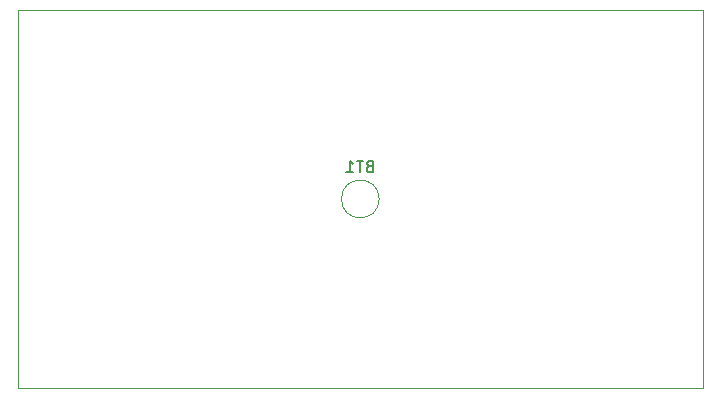
<source format=gbo>
G04 #@! TF.FileFunction,Legend,Bot*
%FSLAX46Y46*%
G04 Gerber Fmt 4.6, Leading zero omitted, Abs format (unit mm)*
G04 Created by KiCad (PCBNEW 4.0.1-stable) date 2017/05/09 19:12:36*
%MOMM*%
G01*
G04 APERTURE LIST*
%ADD10C,0.100000*%
%ADD11C,0.150000*%
%ADD12C,3.000000*%
%ADD13R,3.000000X3.000000*%
%ADD14C,1.600000*%
%ADD15R,2.200000X2.200000*%
%ADD16C,2.500000*%
%ADD17C,2.000000*%
%ADD18R,2.400000X1.600000*%
%ADD19O,2.400000X1.600000*%
G04 APERTURE END LIST*
D10*
X181000000Y-83000000D02*
X181000000Y-99000000D01*
X181000000Y-99000000D02*
X126000000Y-99000000D01*
X126000000Y-99000000D02*
X123000000Y-99000000D01*
X123000000Y-99000000D02*
X123000000Y-67000000D01*
X123000000Y-67000000D02*
X181000000Y-67000000D01*
X181000000Y-67000000D02*
X181000000Y-83000000D01*
X153600000Y-83000000D02*
G75*
G03X153600000Y-83000000I-1600000J0D01*
G01*
D11*
X152785714Y-80228571D02*
X152642857Y-80276190D01*
X152595238Y-80323810D01*
X152547619Y-80419048D01*
X152547619Y-80561905D01*
X152595238Y-80657143D01*
X152642857Y-80704762D01*
X152738095Y-80752381D01*
X153119048Y-80752381D01*
X153119048Y-79752381D01*
X152785714Y-79752381D01*
X152690476Y-79800000D01*
X152642857Y-79847619D01*
X152595238Y-79942857D01*
X152595238Y-80038095D01*
X152642857Y-80133333D01*
X152690476Y-80180952D01*
X152785714Y-80228571D01*
X153119048Y-80228571D01*
X152261905Y-79752381D02*
X151690476Y-79752381D01*
X151976191Y-80752381D02*
X151976191Y-79752381D01*
X150833333Y-80752381D02*
X151404762Y-80752381D01*
X151119048Y-80752381D02*
X151119048Y-79752381D01*
X151214286Y-79895238D01*
X151309524Y-79990476D01*
X151404762Y-80038095D01*
%LPC*%
D12*
X178000000Y-76500000D03*
D13*
X178000000Y-89500000D03*
D14*
X183000000Y-74540000D03*
X183000000Y-69460000D03*
X200000000Y-72460000D03*
X200000000Y-77540000D03*
D15*
X200000000Y-69000000D03*
X196000000Y-121000000D03*
X106000000Y-121000000D03*
D16*
X180920000Y-112000000D03*
X191080000Y-112000000D03*
X184920000Y-107000000D03*
X195080000Y-107000000D03*
X180920000Y-102000000D03*
X191080000Y-102000000D03*
X194460000Y-96000000D03*
X199540000Y-93460000D03*
X199540000Y-98540000D03*
D17*
X195000000Y-82460000D03*
X195000000Y-87540000D03*
D18*
X195000000Y-77000000D03*
D19*
X187380000Y-69380000D03*
X195000000Y-74460000D03*
X187380000Y-71920000D03*
X195000000Y-71920000D03*
X187380000Y-74460000D03*
X195000000Y-69380000D03*
X187380000Y-77000000D03*
D16*
X173000000Y-91080000D03*
X173000000Y-80920000D03*
X184000000Y-80920000D03*
X184000000Y-91080000D03*
X164000000Y-80920000D03*
X164000000Y-91080000D03*
X155000000Y-80920000D03*
X155000000Y-91080000D03*
X146000000Y-80920000D03*
X146000000Y-91080000D03*
X137000000Y-80920000D03*
X137000000Y-91080000D03*
X128000000Y-80920000D03*
X128000000Y-91080000D03*
X119000000Y-80920000D03*
X119000000Y-91080000D03*
X110000000Y-80920000D03*
X110000000Y-91080000D03*
D15*
X200000000Y-121000000D03*
M02*

</source>
